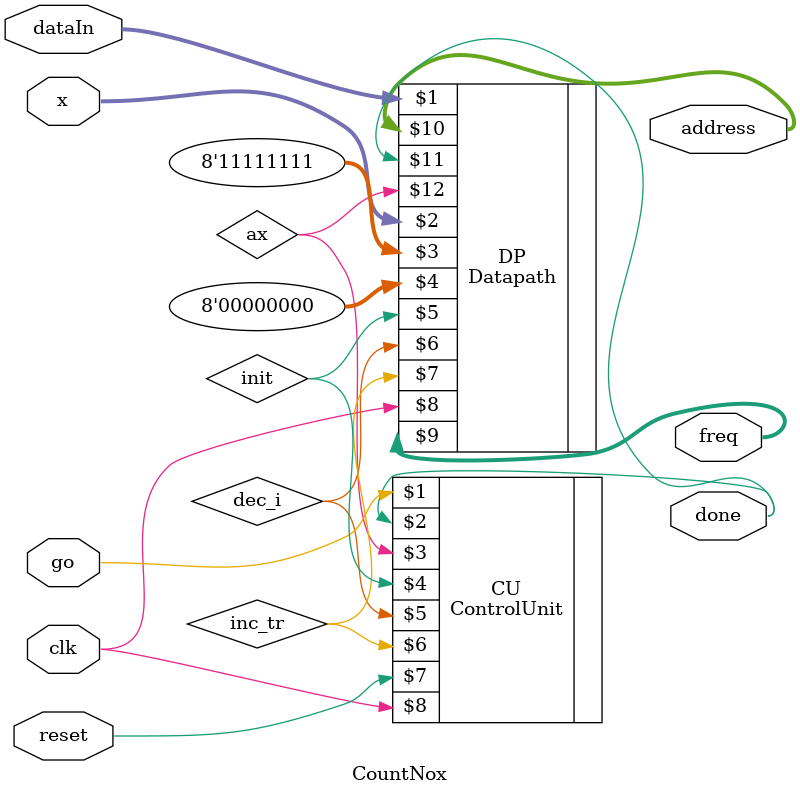
<source format=v>

module CountNox #(parameter SIZE=8)(
	 input   [7:0]  dataIn,
	 input   [7:0]  x,
	 output  [7:0]  freq,
	 output  [7:0]  address,
	 input 			 reset,
	 input 			 go,
	 output 			 done,

    input 			 clk
	 
);

wire dec_i, init, inc_tr;

ControlUnit         CU (go, done, ax, init, dec_i, inc_tr, reset, clk);
Datapath    #(SIZE) DP (dataIn, x, 8'b1111_1111, 8'b0, init, dec_i, inc_tr, clk, freq, address, done, ax);

endmodule
</source>
